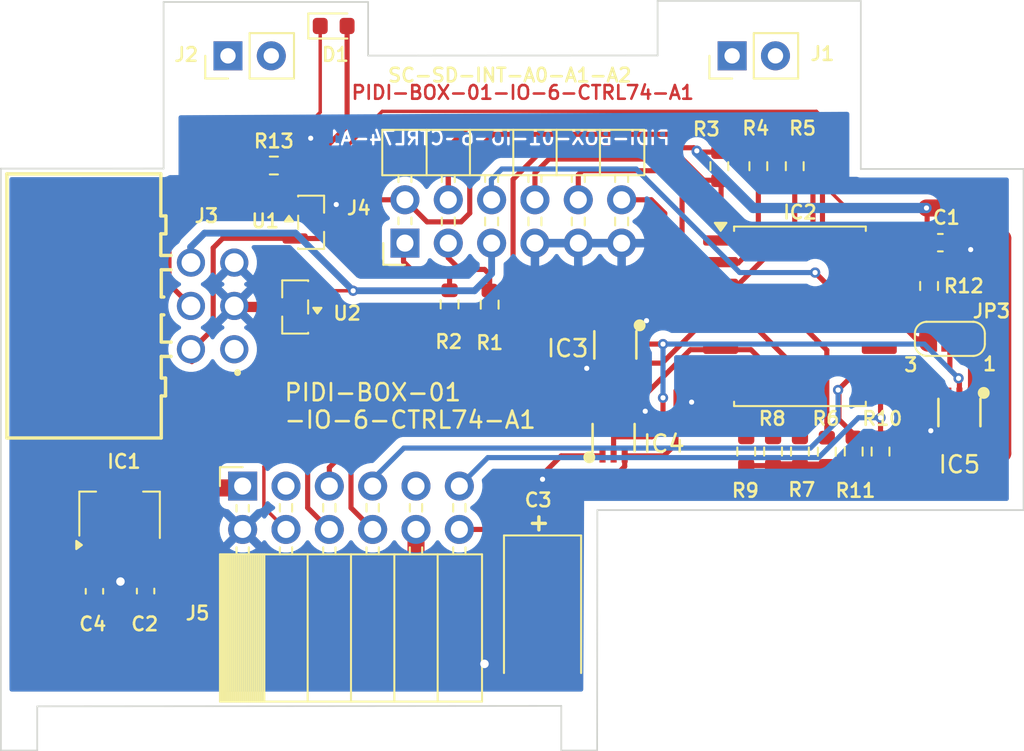
<source format=kicad_pcb>
(kicad_pcb (version 20241229) (generator "pcbnew") (generator_version "9.0")
  (layers (0 "F.Cu" signal) (2 "B.Cu" signal) (13 "F.Paste" user) (15 "B.Paste" user) (5 "F.SilkS" user "F.Silkscreen") (7 "B.SilkS" user "B.Silkscreen") (1 "F.Mask" user) (3 "B.Mask" user) (25 "Edge.Cuts" user))
  (net 0 "")
  (net 1 "P1")
  (net 2 "GND")
  (net 3 "SELECT")
  (net 4 "P0")
  (net 5 "P3")
  (net 6 "P2")
  (net 7 "P4")
  (net 8 "P5")
  (net 10 "Net-(IC2-~{INT})")
  (net 11 "Net-(IC2-P7)")
  (net 12 "/+12V")
  (net 13 "+5V")
  (net 14 "Net-(IC2-A2)")
  (net 15 "Net-(IC2-SDA)")
  (net 16 "Net-(IC2-A1)")
  (net 19 "Net-(IC2-SCL)")
  (net 20 "Net-(IC2-A0)")
  (net 21 "Net-(D1-A)")
  (net 24 "/IO-ext(GPIO)")
  (net 26 "Net-(J4-Pin_1)")
  (net 27 "Net-(J4-Pin_3)")
  (footprint "Resistor_SMD:R_0603_1608Metric" (layer "F.Cu") (at 155.9052 99.7712 -90)
    (property "Reference" "R12")
    (property "Value" "4K7")
  )
  (footprint "Resistor_SMD:R_0603_1608Metric" (layer "F.Cu") (at 151.4856 109.474 90)
    (property "Reference" "R11")
    (property "Value" "4K7")
  )
  (footprint "Resistor_SMD:R_0603_1608Metric" (layer "F.Cu") (at 130.1496 100.8634 -90)
    (property "Reference" "R1")
    (property "Value" "4K7")
  )
  (footprint "Connector_PinHeader_2.54mm:PinHeader_2x06_P2.54mm_Horizontal" (layer "F.Cu") (at 125.183935 97.258206 90)
    (property "Reference" "J4")
    (property "Value" "Conn_02x06_Odd_Even" (hide yes))
  )
  (footprint "Resistor_SMD:R_0603_1608Metric" (layer "F.Cu") (at 145.8976 92.7486 -90)
    (property "Reference" "R4")
    (property "Value" "4K7")
  )
  (footprint "Jumper:SolderJumper-3_P1.3mm_Open_RoundedPad1.0x1.5mm_NumberLabels" (layer "F.Cu") (at 157.1244 102.87 180)
    (property "Reference" "JP3")
    (property "Value" "SolderJumper_3_Open" (hide yes))
  )
  (footprint "Resistor_SMD:R_0603_1608Metric" (layer "F.Cu") (at 127.8 100.85 -90)
    (property "Reference" "R2")
    (property "Value" "4K7")
  )
  (footprint "Package_TO_SOT_SMD:SOT-23" (layer "F.Cu") (at 119.6848 96.0374)
    (property "Reference" "U1")
    (property "Value" "SM712.TCT")
  )
  (footprint "Package_TO_SOT_SMD:SOT-23" (layer "F.Cu") (at 118.75 101 180)
    (property "Reference" "U2")
    (property "Value" "SM712.TCT")
  )
  (footprint "PinHeader-Boxed-1X03-2,54-horiz-Wuerth_61200621721:PinHeader-Boxed-1X03-2,54-horiz-Wuerth_61200621721" (layer "F.Cu") (at 106.3752 100.9396 -90)
    (property "Reference" "J3")
    (property "Value" "6120XX21721_61200621721" (hide yes))
    (property "VALUE" "61200621721" (hide yes))
  )
  (footprint "Resistor_SMD:R_0603_1608Metric" (layer "F.Cu") (at 143.6116 92.7486 -90)
    (property "Reference" "R3")
    (property "Value" "4K7")
  )
  (footprint "Capacitor_SMD:C_0603_1608Metric" (layer "F.Cu") (at 156.5656 97.2312)
    (property "Reference" "C1")
    (property "Value" "0,1uF")
  )
  (footprint "Connector_PinHeader_2.54mm:PinHeader_1x02_P2.54mm_Vertical" (layer "F.Cu") (at 144.360935 86.28 90)
    (property "Reference" "J1")
    (property "Value" "Conn_01x03_Pin" (hide yes))
  )
  (footprint "Resistor_SMD:R_0603_1608Metric" (layer "F.Cu") (at 148.336 109.474 90)
    (property "Reference" "R7")
    (property "Value" "4K7")
  )
  (footprint "Resistor_SMD:R_0603_1608Metric" (layer "F.Cu") (at 153.0604 109.474 90)
    (property "Reference" "R10")
    (property "Value" "4K7")
  )
  (footprint "Package_TO_SOT_SMD:SOT-89-3" (layer "F.Cu") (at 108.458 113.1824 90)
    (property "Reference" "IC1")
    (property "Value" "L78L05")
  )
  (footprint "Capacitor_SMD:C_0603_1608Metric" (layer "F.Cu") (at 106.9848 117.6658 -90)
    (property "Reference" "C4")
    (property "Value" "0,1uF")
  )
  (footprint "Connector_PinSocket_2.54mm:PinSocket_2x06_P2.54mm_Horizontal" (layer "F.Cu") (at 115.6716 111.5 90)
    (property "Reference" "J5")
    (property "Value" "Conn_02x06_Odd_Even" (hide yes))
  )
  (footprint "Resistor_SMD:R_0603_1608Metric" (layer "F.Cu") (at 145.1864 109.474 90)
    (property "Reference" "R9")
    (property "Value" "4K7")
  )
  (footprint "Resistor_SMD:R_0603_1608Metric" (layer "F.Cu") (at 148.0312 92.7486 -90)
    (property "Reference" "R5")
    (property "Value" "4K7")
  )
  (footprint "Resistor_SMD:R_0603_1608Metric" (layer "F.Cu") (at 117.5004 92.71)
    (property "Reference" "R13")
    (property "Value" "3K3")
  )
  (footprint "MYlib_GLOBAL:SOT363_NEX" (layer "F.Cu") (at 137.414 108.6612 90)
    (property "Reference" "IC4")
    (property "Value" "PUMH10")
  )
  (footprint "MYlib_GLOBAL:SOT363_NEX" (layer "F.Cu") (at 137.5156 103.2256 -90)
    (property "Reference" "IC3")
    (property "Value" "PUMH10")
  )
  (footprint "LED_SMD:LED_0603_1608Metric" (layer "F.Cu") (at 121.0056 84.5312)
    (property "Reference" "D1")
    (property "Value" "LED gn")
  )
  (footprint "Resistor_SMD:R_0603_1608Metric" (layer "F.Cu") (at 149.9108 109.4862 90)
    (property "Reference" "R6")
    (property "Value" "4K7")
  )
  (footprint "MYlib_GLOBAL:SOT363_NEX" (layer "F.Cu") (at 157.6832 107.188 -90)
    (property "Reference" "IC5")
    (property "Value" "PUMH10")
  )
  (footprint "Capacitor_Tantalum_SMD:CP_EIA-7343-20_Kemet-V" (layer "F.Cu") (at 133.2484 118.8075 -90)
    (property "Reference" "C3")
    (property "Value" "100uF/16")
  )
  (footprint "Package_SO:SOIC-16W_7.5x10.3mm_P1.27mm" (layer "F.Cu") (at 148.336 101.5492)
    (property "Reference" "IC2")
    (property "Value" "PCF8574")
  )
  (footprint "Connector_PinHeader_2.54mm:PinHeader_1x02_P2.54mm_Vertical" (layer "F.Cu") (at 114.8104 86.28 90)
    (property "Reference" "J2")
    (property "Value" "Conn_01x03_Pin" (hide yes))
  )
  (footprint "Capacitor_SMD:C_0603_1608Metric" (layer "F.Cu") (at 109.982 117.6528 -90)
    (property "Reference" "C2")
    (property "Value" "0,1uF")
  )
  (footprint "Resistor_SMD:R_0603_1608Metric" (layer "F.Cu") (at 146.7612 109.474 90)
    (property "Reference" "R8")
    (property "Value" "4K7")
  )
  (gr_line (start 111.0365 92.8878) (end 111.0365 83.123806) (stroke (width 0.1)) (layer "Edge.Cuts"))
  (gr_line (start 139.992217 83.058) (end 151.901132 83.058) (stroke (width 0.1)) (layer "Edge.Cuts"))
  (gr_line (start 101.4984 92.89) (end 101.5 127) (stroke (width 0.1)) (layer "Edge.Cuts"))
  (gr_line (start 151.901132 92.9132) (end 151.901132 83.058) (stroke (width 0.1)) (layer "Edge.Cuts"))
  (gr_line (start 151.901132 92.9132) (end 161.4424 92.9132) (stroke (width 0.1)) (layer "Edge.Cuts"))
  (gr_line (start 134.34797 124.3838) (end 134.34797 127) (stroke (width 0.1)) (layer "Edge.Cuts"))
  (gr_line (start 161.4424 92.9132) (end 161.4424 112.904606) (stroke (width 0.1)) (layer "Edge.Cuts"))
  (gr_line (start 123.024935 86.266606) (end 139.992135 86.2584) (stroke (width 0.1)) (layer "Edge.Cuts"))
  (gr_line (start 103.632 124.4092) (end 134.34797 124.3838) (stroke (width 0.1)) (layer "Edge.Cuts"))
  (gr_line (start 136.4488 127) (end 136.46157 112.904606) (stroke (width 0.1)) (layer "Edge.Cuts"))
  (gr_line (start 101.5 127) (end 103.632 127) (stroke (width 0.1)) (layer "Edge.Cuts"))
  (gr_line (start 139.992217 83.058) (end 139.992135 86.2584) (stroke (width 0.1)) (layer "Edge.Cuts"))
  (gr_line (start 136.46157 112.904606) (end 161.4424 112.904606) (stroke (width 0.1)) (layer "Edge.Cuts"))
  (gr_line (start 103.632 124.4092) (end 103.632 127) (stroke (width 0.1)) (layer "Edge.Cuts"))
  (gr_line (start 134.34797 127) (end 136.4488 127) (stroke (width 0.1)) (layer "Edge.Cuts"))
  (gr_line (start 123.024935 83.123806) (end 111.0365 83.123806) (stroke (width 0.1)) (layer "Edge.Cuts"))
  (gr_line (start 111.0365 92.8878) (end 101.4984 92.89) (stroke (width 0.1)) (layer "Edge.Cuts"))
  (gr_line (start 123.024935 83.123806) (end 123.024935 86.266606) (stroke (width 0.1)) (layer "Edge.Cuts"))
  (gr_text "PIDI-BOX-01-IO-6-CTRL74-A1" (at 121.9708 88.9 0) (layer "F.Cu") (effects (font (size 0.8 0.8)) (justify left bottom)))
  (gr_text "PIDI-BOX-01-IO-6-CTRL74-A1\n" (at 140.7922 91.567 0) (layer "B.Cu" knockout) (effects (font (size 0.8 0.8)) (justify left bottom mirror)))
  (gr_text "SC-SD-INT-A0-A1-A2" (at 124.1044 87.884 0) (layer "F.SilkS") (effects (font (size 0.8 0.8)) (justify left bottom)))
  (gr_text "PIDI-BOX-01\n-IO-6-CTRL74-A1\n" (at 118.0338 108.204 0) (layer "F.SilkS") (effects (font (size 1 1)) (justify left bottom)))
  (gr_text "+" (at 132.2832 114.1984 0) (layer "F.SilkS") (effects (font (size 1 1) (thickness 0.2)) (justify left bottom)))
  (segment (start 140.2588 104.2924) (end 142.367 102.1842) (width 0.3) (layer "F.Cu") (net 1))
  (segment (start 120.7516 110.4138) (end 125.603 105.5624) (width 0.3) (layer "F.Cu") (net 1))
  (segment (start 148.336 104.8004) (end 148.336 108.649) (width 0.3) (layer "F.Cu") (net 1))
  (segment (start 143.686 102.1842) (end 145.7198 102.1842) (width 0.3) (layer "F.Cu") (net 1))
  (segment (start 137.7188 105.5624) (end 138.165599 105.115601) (width 0.3) (layer "F.Cu") (net 1))
  (segment (start 142.367 102.1842) (end 143.686 102.1842) (width 0.3) (layer "F.Cu") (net 1))
  (segment (start 138.165599 104.2924) (end 140.2588 104.2924) (width 0.3) (layer "F.Cu") (net 1))
  (segment (start 125.603 105.5624) (end 137.7188 105.5624) (width 0.3) (layer "F.Cu") (net 1))
  (segment (start 120.7516 111.5) (end 120.7516 110.4138) (width 0.3) (layer "F.Cu") (net 1))
  (segment (start 138.165599 105.115601) (end 138.165599 104.2924) (width 0.3) (layer "F.Cu") (net 1))
  (segment (start 145.7198 102.1842) (end 148.336 104.8004) (width 0.3) (layer "F.Cu") (net 1))
  (segment (start 120.2181 89.5857) (end 120.2181 84.5312) (width 0.2) (layer "F.Cu") (net 2))
  (segment (start 108.458 117.0432) (end 108.5088 117.094) (width 0.9) (layer "F.Cu") (net 2))
  (segment (start 133.2484 111.0996) (end 133.2484 110.8202) (width 0.3) (layer "F.Cu") (net 2))
  (segment (start 158.3436 97.6376) (end 158.3436 102.7892) (width 0.3) (layer "F.Cu") (net 2))
  (segment (start 108.432 118.4408) (end 109.969 118.4408) (width 0.8) (layer "F.Cu") (net 2))
  (segment (start 109.969 118.4408) (end 109.982 118.4278) (width 0.2) (layer "F.Cu") (net 2))
  (segment (start 158.333199 102.961201) (end 158.4244 102.87) (width 0.3) (layer "F.Cu") (net 2))
  (segment (start 138.7856 107.5944) (end 138.063999 107.5944) (width 0.3) (layer "F.Cu") (net 2))
  (segment (start 158.2928 97.6376) (end 158.3436 97.6376) (width 0.3) (layer "F.Cu") (net 2))
  (segment (start 121.158 94.996) (end 120.6223 95.5317) (width 0.4) (layer "F.Cu") (net 2))
  (segment (start 108.5088 118.364) (end 108.5088 117.094) (width 0.9) (layer "F.Cu") (net 2))
  (segment (start 138.9888 102.1588) (end 139.3444 101.8032) (width 0.3) (layer "F.Cu") (net 2))
  (segment (start 117.8125 101) (end 115.2406 101) (width 0.6) (layer "F.Cu") (net 2))
  (segment (start 108.458 115.1465) (end 108.458 117.0432) (width 0.9) (layer "F.Cu") (net 2))
  (segment (start 157.8864 97.2312) (end 158.2928 97.6376) (width 0.3) (layer "F.Cu") (net 2))
  (segment (start 119.6594 91.1098) (end 119.6594 90.1444) (width 0.2) (layer "F.Cu") (net 2))
  (segment (start 157.3406 97.2312) (end 157.8864 97.2312) (width 0.3) (layer "F.Cu") (net 2))
  (segment (start 133.2484 121.92) (end 129.8448 121.92) (width 1) (layer "F.Cu") (net 2))
  (segment (start 138.165599 102.1588) (end 138.9888 102.1588) (width 0.3) (layer "F.Cu") (net 2))
  (segment (start 141.986 106.5784) (end 142.5194 106.045) (width 0.3) (layer "F.Cu") (net 2))
  (segment (start 120.6223 95.5317) (end 120.6223 96.0374) (width 0.4) (layer "F.Cu") (net 2))
  (segment (start 133.2484 110.8202) (end 134.3406 109.728) (width 0.3) (layer "F.Cu") (net 2))
  (segment (start 106.9848 118.4408) (end 108.432 118.4408) (width 0.8) (layer "F.Cu") (net 2))
  (segment (start 135.343935 97.258206) (end 137.883935 97.258206) (width 0.3) (layer "F.Cu") (net 2))
  (segment (start 158.333199 106.1212) (end 158.333199 102.961201) (width 0.3) (layer "F.Cu") (net 2))
  (segment (start 115.2406 101) (end 115.1802 100.9396) (width 0.2) (layer "F.Cu") (net 2))
  (segment (start 157.033201 108.2548) (end 156.0068 108.2548) (width 0.3) (layer "F.Cu") (net 2))
  (segment (start 142.5194 106.045) (end 143.686 106.045) (width 0.3) (layer "F.Cu") (net 2))
  (segment (start 136.865601 104.2924) (end 136.144 104.2924) (width 0.3) (layer "F.Cu") (net 2))
  (segment (start 136.144 104.2924) (end 135.8392 104.5972) (width 0.3) (layer "F.Cu") (net 2))
  (segment (start 132.803935 97.258206) (end 135.343935 97.258206) (width 0.3) (layer "F.Cu") (net 2))
  (segment (start 139.2682 107.1118) (end 138.7856 107.5944) (width 0.3) (layer "F.Cu") (net 2))
  (segment (start 158.3436 102.7892) (end 158.4244 102.87) (width 0.3) (layer "F.Cu") (net 2))
  (segment (start 119.6594 90.1444) (end 120.2181 89.5857) (width 0.2) (layer "F.Cu") (net 2))
  (segment (start 134.3406 109.728) (end 136.764001 109.728) (width 0.3) (layer "F.Cu") (net 2))
  (via (at 133.2484 111.0996) (size 0.6) (drill 0.3) (layers "F.Cu" "B.Cu") (net 2))
  (via (at 108.5088 117.094) (size 1) (drill 0.5) (layers "F.Cu" "B.Cu") (net 2))
  (via (at 119.6594 91.1098) (size 0.6) (drill 0.3) (layers "F.Cu" "B.Cu") (net 2))
  (via (at 158.3436 97.6376) (size 0.6) (drill 0.3) (layers "F.Cu" "B.Cu") (net 2))
  (via (at 121.158 94.996) (size 0.6) (drill 0.3) (layers "F.Cu" "B.Cu") (net 2))
  (via (at 135.8392 104.5972) (size 0.6) (drill 0.3) (layers "F.Cu" "B.Cu") (net 2))
  (via (at 141.986 106.5784) (size 0.6) (drill 0.3) (layers "F.Cu" "B.Cu") (net 2))
  (via (at 156.0068 108.2548) (size 0.6) (drill 0.3) (layers "F.Cu" "B.Cu") (net 2))
  (via (at 139.2682 107.1118) (size 0.6) (drill 0.3) (layers "F.Cu" "B.Cu") (net 2))
  (via (at 139.3444 101.8032) (size 0.6) (drill 0.3) (layers "F.Cu" "B.Cu") (net 2))
  (via (at 129.8448 121.92) (size 1) (drill 0.5) (layers "F.Cu" "B.Cu") (net 2))
  (segment (start 158.3944 97.6884) (end 158.3436 97.6376) (width 0.3) (layer "B.Cu") (net 2))
  (segment (start 157.6832 105.1814) (end 157.6832 106.1212) (width 0.3) (layer "F.Cu") (net 3))
  (segment (start 140.3096 103.1748) (end 137.5156 103.1748) (width 0.3) (layer "F.Cu") (net 3))
  (segment (start 157.1244 104.673401) (end 157.1244 102.87) (width 0.3) (layer "F.Cu") (net 3))
  (segment (start 137.414 109.728) (end 137.414 108.6104) (width 0.3) (layer "F.Cu") (net 3))
  (segment (start 157.632399 105.1814) (end 157.1244 104.673401) (width 0.3) (layer "F.Cu") (net 3))
  (segment (start 139.6492 108.6104) (end 137.414 108.6104) (width 0.3) (layer "F.Cu") (net 3))
  (segment (start 157.6832 106.1212) (end 157.6832 108.2548) (width 0.3) (layer "F.Cu") (net 3))
  (segment (start 137.5156 102.1588) (end 137.5156 103.1748) (width 0.3) (layer "F.Cu") (net 3))
  (segment (start 140.3096 106.3244) (end 140.3096 107.95) (width 0.3) (layer "F.Cu") (net 3))
  (segment (start 137.414 108.6104) (end 137.414 107.5944) (width 0.3) (layer "F.Cu") (net 3))
  (segment (start 140.3096 107.95) (end 139.6492 108.6104) (width 0.3) (layer "F.Cu") (net 3))
  (segment (start 137.5156 103.1748) (end 137.5156 104.2924) (width 0.3) (layer "F.Cu") (net 3))
  (via (at 157.632399 105.1814) (size 0.6) (drill 0.3) (layers "F.Cu" "B.Cu") (net 3))
  (via (at 140.3096 103.1748) (size 0.6) (drill 0.3) (layers "F.Cu" "B.Cu") (net 3))
  (via (at 140.3096 106.3244) (size 0.6) (drill 0.3) (layers "F.Cu" "B.Cu") (net 3))
  (segment (start 140.3096 106.3244) (end 140.3096 103.1748) (width 0.3) (layer "B.Cu") (net 3))
  (segment (start 155.625799 103.1748) (end 157.632399 105.1814) (width 0.3) (layer "B.Cu") (net 3))
  (segment (start 140.3096 103.1748) (end 155.625799 103.1748) (width 0.3) (layer "B.Cu") (net 3))
  (segment (start 119.4816 110.5662) (end 119.4816 112.77) (width 0.3) (layer "F.Cu") (net 4))
  (segment (start 125.3478 104.7) (end 119.4816 110.5662) (width 0.3) (layer "F.Cu") (net 4))
  (segment (start 136.865601 102.1588) (end 134.9248 102.1588) (width 0.3) (layer "F.Cu") (net 4))
  (segment (start 149.9108 108.6612) (end 149.9108 103.5304) (width 0.3) (layer "F.Cu") (net 4))
  (segment (start 141.5542 100.965) (end 140.1572 99.568) (width 0.3) (layer "F.Cu") (net 4))
  (segment (start 132.3836 104.7) (end 125.3478 104.7) (width 0.3) (layer "F.Cu") (net 4))
  (segment (start 119.4816 112.77) (end 120.7516 114.04) (width 0.3) (layer "F.Cu") (net 4))
  (segment (start 134.9248 102.1588) (end 132.3836 104.7) (width 0.3) (layer "F.Cu") (net 4))
  (segment (start 137.668 99.568) (end 136.865601 100.370399) (width 0.3) (layer "F.Cu") (net 4))
  (segment (start 140.1572 99.568) (end 137.668 99.568) (width 0.3) (layer "F.Cu") (net 4))
  (segment (start 147.3454 100.965) (end 141.5542 100.965) (width 0.3) (layer "F.Cu") (net 4))
  (segment (start 149.9108 103.5304) (end 147.3454 100.965) (width 0.3) (layer "F.Cu") (net 4))
  (segment (start 136.865601 100.370399) (end 136.865601 102.1588) (width 0.3) (layer "F.Cu") (net 4))
  (segment (start 141.0716 109.0168) (end 140.3604 109.728) (width 0.3) (layer "F.Cu") (net 5))
  (segment (start 131.5018 114.04) (end 134.8994 110.6424) (width 0.3) (layer "F.Cu") (net 5))
  (segment (start 144.710999 104.775) (end 142.2146 104.775) (width 0.3) (layer "F.Cu") (net 5))
  (segment (start 141.0716 105.918) (end 141.0716 109.0168) (width 0.3) (layer "F.Cu") (net 5))
  (segment (start 140.3604 109.728) (end 138.063999 109.728) (width 0.3) (layer "F.Cu") (net 5))
  (segment (start 137.7711 110.6424) (end 138.063999 110.349501) (width 0.3) (layer "F.Cu") (net 5))
  (segment (start 128.3716 114.04) (end 131.5018 114.04) (width 0.3) (layer "F.Cu") (net 5))
  (segment (start 134.8994 110.6424) (end 137.7711 110.6424) (width 0.3) (layer "F.Cu") (net 5))
  (segment (start 142.2146 104.775) (end 141.0716 105.918) (width 0.3) (layer "F.Cu") (net 5))
  (segment (start 145.1864 108.649) (end 145.1864 105.250401) (width 0.3) (layer "F.Cu") (net 5))
  (segment (start 145.1864 105.250401) (end 144.710999 104.775) (width 0.3) (layer "F.Cu") (net 5))
  (segment (start 138.063999 110.349501) (end 138.063999 109.728) (width 0.3) (layer "F.Cu") (net 5))
  (segment (start 145.4658 103.505) (end 141.9098 103.505) (width 0.3) (layer "F.Cu") (net 6))
  (segment (start 137.16 106.426) (end 136.764001 106.821999) (width 0.3) (layer "F.Cu") (net 6))
  (segment (start 146.7612 108.649) (end 146.7612 104.8004) (width 0.3) (layer "F.Cu") (net 6))
  (segment (start 136.764001 106.821999) (end 136.764001 107.5944) (width 0.3) (layer "F.Cu") (net 6))
  (segment (start 138.9888 106.426) (end 137.16 106.426) (width 0.3) (layer "F.Cu") (net 6))
  (segment (start 124.7394 107.5944) (end 136.764001 107.5944) (width 0.3) (layer "F.Cu") (net 6))
  (segment (start 141.9098 103.505) (end 138.9888 106.426) (width 0.3) (layer "F.Cu") (net 6))
  (segment (start 122.0216 112.77) (end 122.0216 110.3122) (width 0.3) (layer "F.Cu") (net 6))
  (segment (start 146.7612 104.8004) (end 145.4658 103.505) (width 0.3) (layer "F.Cu") (net 6))
  (segment (start 122.0216 110.3122) (end 124.7394 107.5944) (width 0.3) (layer "F.Cu") (net 6))
  (segment (start 123.2916 114.04) (end 122.0216 112.77) (width 0.3) (layer "F.Cu") (net 6))
  (segment (start 153.0604 108.649) (end 153.0604 106.1194) (width 0.3) (layer "F.Cu") (net 7))
  (segment (start 154.6352 108.5596) (end 155.6512 109.5756) (width 0.3) (layer "F.Cu") (net 7))
  (segment (start 158.333199 109.027201) (end 158.333199 108.2548) (width 0.3) (layer "F.Cu") (net 7))
  (segment (start 152.986 106.045) (end 153.7462 106.045) (width 0.3) (layer "F.Cu") (net 7))
  (segment (start 153.7462 106.045) (end 154.6352 106.934) (width 0.3) (layer "F.Cu") (net 7))
  (segment (start 153.0604 106.1194) (end 152.986 106.045) (width 0.3) (layer "F.Cu") (net 7))
  (segment (start 154.6352 106.934) (end 154.6352 108.5596) (width 0.3) (layer "F.Cu") (net 7))
  (segment (start 155.6512 109.5756) (end 157.7848 109.5756) (width 0.3) (layer "F.Cu") (net 7))
  (segment (start 157.7848 109.5756) (end 158.333199 109.027201) (width 0.3) (layer "F.Cu") (net 7))
  (via (at 153.0604 107.4928) (size 0.6) (drill 0.3) (layers "F.Cu" "B.Cu") (net 7))
  (segment (start 128.3716 111.5) (end 130.042 109.8296) (width 0.3) (layer "B.Cu") (net 7))
  (segment (start 130.042 109.8296) (end 149.4282 109.8296) (width 0.3) (layer "B.Cu") (net 7))
  (segment (start 151.765 107.4928) (end 153.0604 107.4928) (width 0.3) (layer "B.Cu") (net 7))
  (segment (start 149.4282 109.8296) (end 151.765 107.4928) (width 0.3) (layer "B.Cu") (net 7))
  (segment (start 155.1686 104.775) (end 156.5148 106.1212) (width 0.3) (layer "F.Cu") (net 8))
  (segment (start 150.622 107.5944) (end 150.622 105.8164) (width 0.3) (layer "F.Cu") (net 8))
  (segment (start 151.4856 108.649) (end 151.4856 108.458) (width 0.3) (layer "F.Cu") (net 8))
  (segment (start 156.5148 106.1212) (end 157.033201 106.1212) (width 0.3) (layer "F.Cu") (net 8))
  (segment (start 151.4856 108.458) (end 150.622 107.5944) (width 0.3) (layer "F.Cu") (net 8))
  (segment (start 151.6634 104.775) (end 152.986 104.775) (width 0.3) (layer "F.Cu") (net 8))
  (segment (start 150.622 105.8164) (end 151.6634 104.775) (width 0.3) (layer "F.Cu") (net 8))
  (segment (start 152.986 104.775) (end 155.1686 104.775) (width 0.3) (layer "F.Cu") (net 8))
  (via (at 150.5712 105.8672) (size 0.6) (drill 0.3) (layers "F.Cu" "B.Cu") (net 8))
  (segment (start 150.5712 107.6452) (end 150.5712 105.8672) (width 0.3) (layer "B.Cu") (net 8))
  (segment (start 125.1204 109.2708) (end 148.9456 109.2708) (width 0.3) (layer "B.Cu") (net 8))
  (segment (start 148.9456 109.2708) (end 150.5712 107.6452) (width 0.3) (layer "B.Cu") (net 8))
  (segment (start 123.2916 111.0996) (end 125.1204 109.2708) (width 0.3) (layer "B.Cu") (net 8))
  (segment (start 123.2916 111.5) (end 123.2916 111.0996) (width 0.3) (layer "B.Cu") (net 8))
  (segment (start 151.1808 100.9396) (end 149.225 98.9838) (width 0.3) (layer "F.Cu") (net 10))
  (segment (start 151.2062 100.965) (end 149.225 98.9838) (width 0.3) (layer "F.Cu") (net 10))
  (segment (start 152.986 100.965) (end 151.2062 100.965) (width 0.3) (layer "F.Cu") (net 10))
  (via (at 149.225 98.9838) (size 0.6) (drill 0.3) (layers "F.Cu" "B.Cu") (net 10))
  (segment (start 130.2512 94.705471) (end 130.263935 94.718206) (width 0.3) (layer "B.Cu") (net 10))
  (segment (start 149.225 98.9838) (end 144.8054 98.9838) (width 0.3) (layer "B.Cu") (net 10))
  (segment (start 138.7348 92.9132) (end 130.8608 92.9132) (width 0.3) (layer "B.Cu") (net 10))
  (segment (start 144.8054 98.9838) (end 138.7348 92.9132) (width 0.3) (layer "B.Cu") (net 10))
  (segment (start 130.2512 93.5228) (end 130.2512 94.705471) (width 0.3) (layer "B.Cu") (net 10))
  (segment (start 130.8608 92.9132) (end 130.2512 93.5228) (width 0.3) (layer "B.Cu") (net 10))
  (segment (start 140.486004 98.9584) (end 136.9916 98.9584) (width 0.2) (layer "F.Cu") (net 11))
  (segment (start 116.9162 110.363) (end 116.9162 112.7446) (width 0.2) (layer "F.Cu") (net 11))
  (segment (start 152.986 102.235) (end 154.5082 102.235) (width 0.3) (layer "F.Cu") (net 11))
  (segment (start 119.4054 109.7026) (end 117.5766 109.7026) (width 0.2) (layer "F.Cu") (net 11))
  (segment (start 147.98941 100.514) (end 147.987996 100.514) (width 0.2) (layer "F.Cu") (net 11))
  (segment (start 152.9606 102.2604) (end 152.986 102.235) (width 0.3) (layer "F.Cu") (net 11))
  (segment (start 147.788196 100.3142) (end 144.752968 100.3142) (width 0.2) (layer "F.Cu") (net 11))
  (segment (start 142.619032 100.3142) (end 141.841804 100.3142) (width 0.2) (layer "F.Cu") (net 11))
  (segment (start 155.8244 100.677) (end 155.9052 100.5962) (width 0.3) (layer "F.Cu") (net 11))
  (segment (start 132.2672 103.6828) (end 125.4252 103.6828) (width 0.2) (layer "F.Cu") (net 11))
  (segment (start 142.620032 100.3132) (end 142.619032 100.3142) (width 0.2) (layer "F.Cu") (net 11))
  (segment (start 155.8244 102.87) (end 155.8244 100.677) (width 0.3) (layer "F.Cu") (net 11))
  (segment (start 154.5082 102.235) (end 155.1432 102.87) (width 0.3) (layer "F.Cu") (net 11))
  (segment (start 144.752968 100.3142) (end 144.751968 100.3132) (width 0.2) (layer "F.Cu") (net 11))
  (segment (start 125.4252 103.6828) (end 119.4054 109.7026) (width 0.2) (layer "F.Cu") (net 11))
  (segment (start 155.1432 102.87) (end 155.8244 102.87) (width 0.3) (layer "F.Cu") (net 11))
  (segment (start 141.841804 100.3142) (end 140.486004 98.9584) (width 0.2) (layer "F.Cu") (net 11))
  (segment (start 144.751968 100.3132) (end 142.620032 100.3132) (width 0.2) (layer "F.Cu") (net 11))
  (segment (start 147.987996 100.514) (end 147.788196 100.3142) (width 0.2) (layer "F.Cu") (net 11))
  (segment (start 152.986 102.1842) (end 149.65961 102.1842) (width 0.2) (layer "F.Cu") (net 11))
  (segment (start 136.9916 98.9584) (end 132.2672 103.6828) (width 0.2) (layer "F.Cu") (net 11))
  (segment (start 149.65961 102.1842) (end 147.98941 100.514) (width 0.2) (layer "F.Cu") (net 11))
  (segment (start 116.9162 112.7446) (end 118.2116 114.04) (width 0.2) (layer "F.Cu") (net 11))
  (segment (start 117.5766 109.7026) (end 116.9162 110.363) (width 0.2) (layer "F.Cu") (net 11))
  (segment (start 112.8522 111.6076) (end 112.8522 113.8682) (width 1) (layer "F.Cu") (net 12))
  (segment (start 115.6716 111.5) (end 115.564 111.6076) (width 1) (layer "F.Cu") (net 12))
  (segment (start 109.982 116.8778) (end 109.982 115.1564) (width 0.7) (layer "F.Cu") (net 12))
  (segment (start 115.564 111.6076) (end 112.8522 111.6076) (width 1) (layer "F.Cu") (net 12))
  (segment (start 111.588 115.1324) (end 109.958 115.1324) (width 1) (layer "F.Cu") (net 12))
  (segment (start 112.8522 113.8682) (end 111.588 115.1324) (width 1) (layer "F.Cu") (net 12))
  (segment (start 109.982 115.1564) (end 109.958 115.1324) (width 0.7) (layer "F.Cu") (net 12))
  (segment (start 152.986 97.155) (end 153.0368 97.1042) (width 0.3) (layer "F.Cu") (net 13))
  (segment (start 130.1496 101.6884) (end 127.8382 101.6884) (width 0.2) (layer "F.Cu") (net 13))
  (segment (start 143.6116 91.9236) (end 142.368 91.9236) (width 0.3) (layer "F.Cu") (net 13))
  (segment (start 151.0284 95.1484) (end 155.702 95.1484) (width 0.2) (layer "F.Cu") (net 13))
  (segment (start 135.4074 111.6076) (end 158.198 111.6076) (width 1) (layer "F.Cu") (net 13))
  (segment (start 155.702 95.1484) (end 155.7528 95.1992) (width 0.2) (layer "F.Cu") (net 13))
  (segment (start 131.5212 93.5228) (end 133.3754 91.6686) (width 0.3) (layer "F.Cu") (net 13))
  (segment (start 130.1242 101.663) (end 130.1496 101.6884) (width 0.4) (layer "F.Cu") (net 13))
  (segment (start 143.6116 91.9236) (end 145.8976 91.9236) (width 0.3) (layer "F.Cu") (net 13))
  (segment (start 142.368 91.9236) (end 142.2908 91.8464) (width 0.3) (layer "F.Cu") (net 13))
  (segment (start 142.113 91.6686) (end 142.2908 91.8464) (width 0.3) (layer "F.Cu") (net 13))
  (segment (start 133.2484 115.695) (end 133.2484 113.7666) (width 1) (layer "F.Cu") (net 13))
  (segment (start 155.7906 97.2312) (end 155.7906 95.237) (width 0.3) (layer "F.Cu") (net 13))
  (segment (start 160.2232 109.5824) (end 160.2232 96.9772) (width 1) (layer "F.Cu") (net 13))
  (segment (start 149.9108 110.3112) (end 148.3482 110.3112) (width 0.5) (layer "F.Cu") (net 13))
  (segment (start 133.2484 113.7666) (end 135.4074 111.6076) (width 1) (layer "F.Cu") (net 13))
  (segment (start 104.4194 118.0846) (end 105.6132 116.8908) (width 1) (layer "F.Cu") (net 13))
  (segment (start 116.0272 115.9764) (end 113.8428 118.1608) (width 1) (layer "F.Cu") (net 13))
  (segment (start 127.8382 101.6884) (end 127.762 101.6122) (width 0.2) (layer "F.Cu") (net 13))
  (segment (start 127.7742 101.6) (end 127.762 101.6122) (width 0.4) (layer "F.Cu") (net 13))
  (segment (start 146.7612 110.299) (end 148.336 110.299) (width 0.5) (layer "F.Cu") (net 13))
  (segment (start 153.0368 97.1042) (end 155.6636 97.1042) (width 0.3) (layer "F.Cu") (net 13))
  (segment (start 117.3988 94.107) (end 119.2784 94.107) (width 0.2) (layer "F.Cu") (net 13))
  (segment (start 116.6754 93.3836) (end 117.3988 94.107) (width 0.2) (layer "F.Cu") (net 13))
  (segment (start 158.198 111.6076) (end 160.2232 109.5824) (width 1) (layer "F.Cu") (net 13))
  (segment (start 125.9058 115.695) (end 125.8316 115.6208) (width 1) (layer "F.Cu") (net 13))
  (segment (start 130.15 101.525) (end 130.7326 101.525) (width 0.3) (layer "F.Cu") (net 13))
  (segment (start 127.8 101.675) (end 127.812 101.663) (width 0.4) (layer "F.Cu") (net 13))
  (segment (start 113.8428 118.1608) (end 113.8428 120.142) (width 1) (layer "F.Cu") (net 13))
  (segment (start 127.812 101.663) (end 130.1242 101.663) (width 0.4) (layer "F.Cu") (net 13))
  (segment (start 149.3012 89.535) (end 150.241 90.4748) (width 0.2) (layer "F.Cu") (net 13))
  (segment (start 145.1864 110.299) (end 145.0137 110.4717) (width 0.3) (layer "F.Cu") (net 13))
  (segment (start 155.956 97.3966) (end 155.7906 97.2312) (width 0.3) (layer "F.Cu") (net 13))
  (segment (start 123.8504 89.535) (end 149.3012 89.535) (width 0.2) (layer "F.Cu") (net 13))
  (segment (start 119.2784 94.107) (end 123.8504 89.535) (width 0.2) (layer "F.Cu") (net 13))
  (segment (start 150.241 94.361) (end 151.0284 95.1484) (width 0.2) (layer "F.Cu") (net 13))
  (segment (start 116.6754 92.71) (end 116.6754 93.3836) (width 0.2) (layer "F.Cu") (net 13))
  (segment (start 151.4856 110.299) (end 153.0604 110.299) (width 0.3) (layer "F.Cu") (net 13))
  (segment (start 148.3482 110.3112) (end 148.336 110.299) (width 0.3) (layer "F.Cu") (net 13))
  (segment (start 149.9108 110.3112) (end 151.4734 110.3112) (width 0.3) (layer "F.Cu") (net 13))
  (segment (start 155.7906 95.237) (end 155.7528 95.1992) (width 0.3) (layer "F.Cu") (net 13))
  (segment (start 132.967 115.9764) (end 116.0272 115.9764) (width 1) (layer "F.Cu") (net 13))
  (segment (start 113.8428 120.142) (end 111.9886 121.9962) (width 1) (layer "F.Cu") (net 13))
  (segment (start 155.956 99.1494) (end 155.956 97.3966) (width 0.3) (layer "F.Cu") (net 13))
  (segment (start 158.4452 95.1992) (end 155.7528 95.1992) (width 1) (layer "F.Cu") (net 13))
  (segment (start 106.9848 116.8908) (end 106.9848 115.1592) (width 1) (layer "F.Cu") (net 13))
  (segment (start 133.3754 91.6686) (end 142.113 91.6686) (width 0.3) (layer "F.Cu") (net 13))
  (segment (start 106.9848 115.1592) (end 106.958 115.1324) (width 1) (layer "F.Cu") (net 13))
  (segment (start 104.4194 121.0056) (end 104.4194 118.0846) (width 1) (layer "F.Cu") (net 13))
  (segment (start 145.1864 110.299) (end 146.7612 110.299) (width 0.3) (layer "F.Cu") (net 13))
  (segment (start 111.9886 121.9962) (end 105.41 121.9962) (width 1) (layer "F.Cu") (net 13))
  (segment (start 148.336 110.299) (end 148.336 111.7464) (width 0.5) (layer "F.Cu") (net 13))
  (segment (start 130.7326 101.525) (end 131.5212 100.7364) (width 0.3) (layer "F.Cu") (net 13))
  (segment (start 105.41 121.9962) (end 104.4194 121.0056) (width 1) (layer "F.Cu") (net 13))
  (segment (start 105.6132 116.8908) (end 106.9848 116.8908) (width 1) (layer "F.Cu") (net 13))
  (segment (start 133.2484 115.695) (end 132.967 115.9764) (width 1) (layer "F.Cu") (net 13))
  (segment (start 151.4734 110.3112) (end 151.4856 110.299) (width 0.3) (layer "F.Cu") (net 13))
  (segment (start 150.241 90.4748) (end 150.241 94.361) (width 0.2) (layer "F.Cu") (net 13))
  (segment (start 155.6636 97.1042) (end 155.7906 97.2312) (width 0.3) (layer "F.Cu") (net 13))
  (segment (start 145.8976 91.9236) (end 148.0312 91.9236) (width 0.3) (layer "F.Cu") (net 13))
  (segment (start 145.0137 110.4717) (end 145.0137 110.5103) (width 0.3) (layer "F.Cu") (net 13))
  (segment (start 125.8316 115.6208) (end 125.8316 114.04) (width 1) (layer "F.Cu") (net 13))
  (segment (start 131.5212 100.7364) (end 131.5212 93.5228) (width 0.3) (layer "F.Cu") (net 13))
  (segment (start 160.2232 96.9772) (end 158.4452 95.1992) (width 1) (layer "F.Cu") (net 13))
  (via (at 155.7528 95.1992) (size 0.6) (drill 0.3) (layers "F.Cu" "B.Cu") (net 13))
  (via (at 142.2908 91.8464) (size 0.6) (drill 0.3) (layers "F.Cu" "B.Cu") (net 13))
  (segment (start 155.7528 95.1992) (end 145.5928 95.1992) (width 0.6) (layer "B.Cu") (net 13))
  (segment (start 142.2908 91.8972) (end 142.2908 91.8464) (width 0.6) (layer "B.Cu") (net 13))
  (segment (start 145.5928 95.1992) (end 142.2908 91.8972) (width 0.6) (layer "B.Cu") (net 13))
  (segment (start 140.4112 98.2472) (end 140.4112 95.504) (width 0.3) (layer "F.Cu") (net 14))
  (segment (start 143.686 99.695) (end 141.859 99.695) (width 0.3) (layer "F.Cu") (net 14))
  (segment (start 148.0312 96.374799) (end 144.710999 99.695) (width 0.3) (layer "F.Cu") (net 14))
  (segment (start 148.0312 93.5736) (end 148.0312 95.295799) (width 0.3) (layer "F.Cu") (net 14))
  (segment (start 144.710999 99.695) (end 143.686 99.695) (width 0.3) (layer "F.Cu") (net 14))
  (segment (start 148.0312 95.295799) (end 148.0312 96.374799) (width 0.3) (layer "F.Cu") (net 14))
  (segment (start 139.625406 94.718206) (end 137.883935 94.718206) (width 0.3) (layer "F.Cu") (net 14))
  (segment (start 141.859 99.695) (end 140.4112 98.2472) (width 0.3) (layer "F.Cu") (net 14))
  (segment (start 140.4112 95.504) (end 139.625406 94.718206) (width 0.3) (layer "F.Cu") (net 14))
  (segment (start 111.3536 97.2566) (end 113.5228 95.0874) (width 0.3) (layer "F.Cu") (net 15))
  (segment (start 149.2758 90.1954) (end 149.6568 90.5764) (width 0.3) (layer "F.Cu") (net 15))
  (segment (start 149.6568 96.0628) (end 152.019 98.425) (width 0.3) (layer "F.Cu") (net 15))
  (segment (start 152.019 98.425) (end 152.986 98.425) (width 0.3) (layer "F.Cu") (net 15))
  (segment (start 118.7473 95.0874) (end 119.5426 95.0874) (width 0.3) (layer "F.Cu") (net 15))
  (segment (start 127.723935 94.718206) (end 127.723935 91.630465) (width 0.3) (layer "F.Cu") (net 15))
  (segment (start 111.3536 99.653) (end 111.3536 97.2566) (width 0.3) (layer "F.Cu") (net 15))
  (segment (start 127.723935 91.630465) (end 129.159 90.1954) (width 0.3) (layer "F.Cu") (net 15))
  (segment (start 127.609935 92.85) (end 127.723935 92.964) (width 0.3) (layer "F.Cu") (net 15))
  (segment (start 127.723935 92.964) (end 127.723935 94.718206) (width 0.3) (layer "F.Cu") (net 15))
  (segment (start 113.5228 95.0874) (end 118.7473 95.0874) (width 0.3) (layer "F.Cu") (net 15))
  (segment (start 112.6402 100.9396) (end 111.3536 99.653) (width 0.3) (layer "F.Cu") (net 15))
  (segment (start 119.5426 95.0874) (end 121.78 92.85) (width 0.3) (layer "F.Cu") (net 15))
  (segment (start 121.78 92.85) (end 127.609935 92.85) (width 0.3) (layer "F.Cu") (net 15))
  (segment (start 129.159 90.1954) (end 149.2758 90.1954) (width 0.3) (layer "F.Cu") (net 15))
  (segment (start 149.6568 90.5764) (end 149.6568 96.0628) (width 0.3) (layer "F.Cu") (net 15))
  (segment (start 145.8976 93.5736) (end 145.8976 97.238399) (width 0.3) (layer "F.Cu") (net 16))
  (segment (start 145.8976 97.238399) (end 144.710999 98.425) (width 0.3) (layer "F.Cu") (net 16))
  (segment (start 144.710999 98.425) (end 143.686 98.425) (width 0.3) (layer "F.Cu") (net 16))
  (segment (start 142.1638 98.425) (end 141.4272 97.6884) (width 0.3) (layer "F.Cu") (net 16))
  (segment (start 141.4272 97.6884) (end 141.4272 94.1324) (width 0.3) (layer "F.Cu") (net 16))
  (segment (start 140.3096 93.0148) (end 135.5852 93.0148) (width 0.3) (layer "F.Cu") (net 16))
  (segment (start 135.343935 93.256065) (end 135.343935 94.718206) (width 0.3) (layer "F.Cu") (net 16))
  (segment (start 135.5852 93.0148) (end 135.343935 93.256065) (width 0.3) (layer "F.Cu") (net 16))
  (segment (start 141.4272 94.1324) (end 140.3096 93.0148) (width 0.3) (layer "F.Cu") (net 16))
  (segment (start 143.686 98.425) (end 142.1638 98.425) (width 0.3) (layer "F.Cu") (net 16))
  (segment (start 122.7328 96.6978) (end 122.7328 95.4532) (width 0.3) (layer "F.Cu") (net 19))
  (segment (start 122.4432 96.9874) (end 122.7328 96.6978) (width 0.3) (layer "F.Cu") (net 19))
  (segment (start 118.1862 96.9772) (end 118.1964 96.9874) (width 0.3) (layer "F.Cu") (net 19))
  (segment (start 114.5032 96.9772) (end 118.1862 96.9772) (width 0.3) (layer "F.Cu") (net 19))
  (segment (start 149.098 91.2622) (end 149.098 96.9772) (width 0.3) (layer "F.Cu") (net 19))
  (segment (start 148.717 90.8812) (end 149.098 91.2622) (width 0.3) (layer "F.Cu") (net 19))
  (segment (start 122.7328 95.4532) (end 123.467794 94.718206) (width 0.3) (layer "F.Cu") (net 19))
  (segment (start 118.7473 96.9874) (end 122.4432 96.9874) (width 0.3) (layer "F.Cu") (net 19))
  (segment (start 125.183935 94.718206) (end 126.477729 96.012) (width 0.3) (layer "F.Cu") (net 19))
  (segment (start 149.098 96.9772) (end 151.8158 99.695) (width 0.3) (layer "F.Cu") (net 19))
  (segment (start 151.8158 99.695) (end 152.986 99.695) (width 0.3) (layer "F.Cu") (net 19))
  (segment (start 113.9444 102.277) (end 113.9444 97.536) (width 0.3) (layer "F.Cu") (net 19))
  (segment (start 118.1964 96.9874) (end 118.7473 96.9874) (width 0.3) (layer "F.Cu") (net 19))
  (segment (start 126.477729 96.012) (end 128.4732 96.012) (width 0.3) (layer "F.Cu") (net 19))
  (segment (start 118.7958 97.0359) (end 118.7473 96.9874) (width 0.3) (layer "F.Cu") (net 19))
  (segment (start 128.4732 96.012) (end 128.9812 95.504) (width 0.3) (layer "F.Cu") (net 19))
  (segment (start 112.691 104.2074) (end 112.691 103.5304) (width 0.3) (layer "F.Cu") (net 19))
  (segment (start 128.9812 92.2528) (end 130.3528 90.8812) (width 0.3) (layer "F.Cu") (net 19))
  (segment (start 128.9812 95.504) (end 128.9812 92.2528) (width 0.3) (layer "F.Cu") (net 19))
  (segment (start 123.467794 94.718206) (end 125.183935 94.718206) (width 0.3) (layer "F.Cu") (net 19))
  (segment (start 112.691 103.5304) (end 113.9444 102.277) (width 0.3) (layer "F.Cu") (net 19))
  (segment (start 152.986 99.695) (end 152.9872 99.6962) (width 0.3) (layer "F.Cu") (net 19))
  (segment (start 113.9444 97.536) (end 114.5032 96.9772) (width 0.3) (layer "F.Cu") (net 19))
  (segment (start 130.3528 90.8812) (end 148.717 90.8812) (width 0.3) (layer "F.Cu") (net 19))
  (segment (start 143.7132 97.1278) (end 143.686 97.155) (width 0.3) (layer "F.Cu") (net 20))
  (segment (start 133.6294 92.329) (end 141.4526 92.329) (width 0.3) (layer "F.Cu") (net 20))
  (segment (start 132.803935 93.154465) (end 133.6294 92.329) (width 0.3) (layer "F.Cu") (net 20))
  (segment (start 141.4526 92.329) (end 142.6972 93.5736) (width 0.3) (layer "F.Cu") (net 20))
  (segment (start 132.803935 94.718206) (end 132.803935 93.154465) (width 0.3) (layer "F.Cu") (net 20))
  (segment (start 143.6116 93.5736) (end 143.7132 93.6752) (width 0.3) (layer "F.Cu") (net 20))
  (segment (start 142.6972 93.5736) (end 143.6116 93.5736) (width 0.3) (layer "F.Cu") (net 20))
  (segment (start 143.7132 93.6752) (end 143.7132 97.1278) (width 0.3) (layer "F.Cu") (net 20))
  (segment (start 118.3508 92.7354) (end 118.3254 92.71) (width 0.3) (layer "F.Cu") (net 21))
  (segment (start 121.7931 84.5312) (end 121.7931 90.3985) (width 0.3) (layer "F.Cu") (net 21))
  (segment (start 119.4562 92.7354) (end 118.3508 92.7354) (width 0.3) (layer "F.Cu") (net 21))
  (segment (start 121.7931 90.3985) (end 119.4562 92.7354) (width 0.3) (layer "F.Cu") (net 21))
  (segment (start 119.6875 101.95) (end 119.6875 100.05) (width 0.2) (layer "F.Cu") (net 24))
  (segment (start 122.148 100.05) (end 119.6875 100.05) (width 0.2) (layer "F.Cu") (net 24))
  (via (at 122.148 100.05) (size 0.6) (drill 0.3) (layers "F.Cu" "B.Cu") (net 24))
  (segment (start 129.2612 100.05) (end 130.263935 99.047265) (width 0.4) (layer "B.Cu") (net 24))
  (segment (start 112.6236 98.383) (end 112.6402 98.3996) (width 0.4) (layer "B.Cu") (net 24))
  (segment (start 130.263935 99.047265) (end 130.263935 97.258206) (width 0.4) (layer "B.Cu") (net 24))
  (segment (start 112.6236 97.4852) (end 112.6236 98.383) (width 0.4) (layer "B.Cu") (net 24))
  (segment (start 118.7704 96.6724) (end 113.4364 96.6724) (width 0.4) (layer "B.Cu") (net 24))
  (segment (start 122.148 100.05) (end 118.7704 96.6724) (width 0.4) (layer "B.Cu") (net 24))
  (segment (start 122.148 100.05) (end 129.2612 100.05) (width 0.4) (layer "B.Cu") (net 24))
  (segment (start 113.4364 96.6724) (end 112.6236 97.4852) (width 0.4) (layer "B.Cu") (net 24))
  (segment (start 127.85 99.25) (end 127.8 99.3) (width 0.3) (layer "F.Cu") (net 26))
  (segment (start 125.65 98.9) (end 127.5 98.9) (width 0.3) (layer "F.Cu") (net 26))
  (segment (start 125.2728 97.347071) (end 125.183935 97.258206) (width 0.3) (layer "F.Cu") (net 26))
  (segment (start 125.183935 97.258206) (end 125.1 97.342141) (width 0.3) (layer "F.Cu") (net 26))
  (segment (start 125.1 98.35) (end 125.65 98.9) (width 0.3) (layer "F.Cu") (net 26))
  (segment (start 125.1 97.342141) (end 125.1 98.35) (width 0.3) (layer "F.Cu") (net 26))
  (segment (start 127.8 99.3) (end 127.8 100.025) (width 0.3) (layer "F.Cu") (net 26))
  (segment (start 127.5 98.9) (end 127.85 99.25) (width 0.3) (layer "F.Cu") (net 26))
  (segment (start 127.723935 98.123935) (end 128.4 98.8) (width 0.3) (layer "F.Cu") (net 27))
  (segment (start 128.4 98.8) (end 129.85 98.8) (width 0.3) (layer "F.Cu") (net 27))
  (segment (start 130.15 99.1) (end 130.15 99.875) (width 0.3) (layer "F.Cu") (net 27))
  (segment (start 127.762 97.296271) (end 127.723935 97.258206) (width 0.3) (layer "F.Cu") (net 27))
  (segment (start 129.85 98.8) (end 130.15 99.1) (width 0.3) (layer "F.Cu") (net 27))
  (segment (start 127.723935 97.258206) (end 127.723935 98.123935) (width 0.3) (layer "F.Cu") (net 27))
  (zone (net 2) (net_name "GND") (layer "B.Cu") (connect_pads (clearance 0.5)) (min_thickness 0.25) (fill yes (thermal_gap 0.5) (thermal_bridge_width 0.5))
    (polygon (pts (xy 101.854 93.3196) (xy 111.9124 93.2688) (xy 111.9124 89.7636) (xy 151.2316 89.5604) (xy 151.2316 93.3704) (xy 160.5788 93.3704) (xy 160.5788 112.3696) (xy 135.6868 112.3696) (xy 135.636 123.5456) (xy 102.0064 123.5456)))
  )
)
</source>
